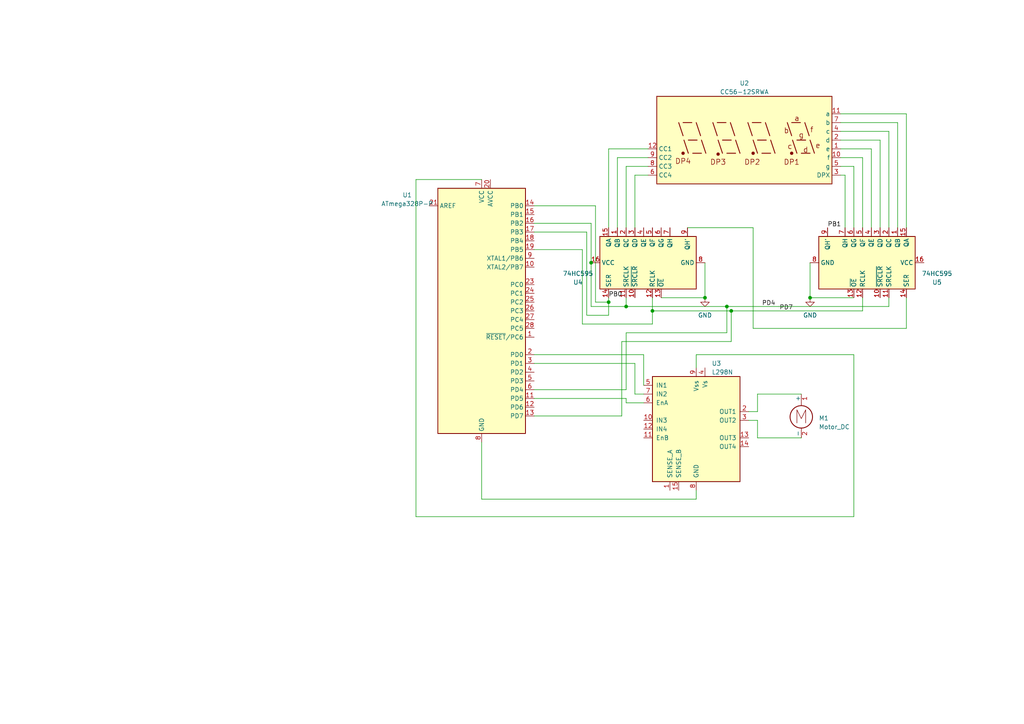
<source format=kicad_sch>
(kicad_sch (version 20230121) (generator eeschema)
  (paper "A4")
  (lib_symbols
    (symbol "74xx:74HC595"
      (property "Reference" "U" (at -7.62 13.97 0))
      (property "Value" "74HC595" (at -7.62 -16.51 0))
      (symbol "74HC595_1_0"
        (pin tri_state line (at 10.16 7.62 180) (length 2.54) (name "QB") (number "1"))
        (pin input line (at -10.16 2.54 0) (length 2.54) (name "~{SRCLR}") (number "10"))
        (pin input line (at -10.16 5.08 0) (length 2.54) (name "SRCLK") (number "11"))
        (pin input line (at -10.16 -2.54 0) (length 2.54) (name "RCLK") (number "12"))
        (pin input line (at -10.16 -5.08 0) (length 2.54) (name "~{OE}") (number "13"))
        (pin input line (at -10.16 10.16 0) (length 2.54) (name "SER") (number "14"))
        (pin tri_state line (at 10.16 10.16 180) (length 2.54) (name "QA") (number "15"))
        (pin power_in line (at 0 15.24 270) (length 2.54) (name "VCC") (number "16"))
        (pin tri_state line (at 10.16 5.08 180) (length 2.54) (name "QC") (number "2"))
        (pin tri_state line (at 10.16 2.54 180) (length 2.54) (name "QD") (number "3"))
        (pin tri_state line (at 10.16 0 180) (length 2.54) (name "QE") (number "4"))
        (pin tri_state line (at 10.16 -2.54 180) (length 2.54) (name "QF") (number "5"))
        (pin tri_state line (at 10.16 -5.08 180) (length 2.54) (name "QG") (number "6"))
        (pin tri_state line (at 10.16 -7.62 180) (length 2.54) (name "QH") (number "7"))
        (pin power_in line (at 0 -17.78 90) (length 2.54) (name "GND") (number "8"))
        (pin output line (at 10.16 -12.7 180) (length 2.54) (name "QH'") (number "9"))
      )
      (symbol "74HC595_1_1"
        (rectangle (start -7.62 12.7) (end 7.62 -15.24) (stroke (width 0.254)) (fill (type background)))
      )
    )
    (symbol "Display_Character:CC56-12SRWA"
      (property "Reference" "U" (at -24.13 13.97 0))
      (property "Value" "CC56-12SRWA" (at 17.78 13.97 0))
      (symbol "CC56-12SRWA_0_0"
        (rectangle (start -25.4 12.7) (end 25.4 -12.7) (stroke (width 0.254)) (fill (type background)))
        (polyline (pts (xy -20.32 -3.81) (xy -19.05 0)) (stroke (width 0.254)))
        (polyline (pts (xy -19.05 -3.81) (xy -16.51 -3.81)) (stroke (width 0.254)))
        (polyline (pts (xy -18.796 1.27) (xy -17.526 5.08)) (stroke (width 0.254)))
        (polyline (pts (xy -17.78 0) (xy -15.24 0)) (stroke (width 0.254)))
        (polyline (pts (xy -16.256 5.08) (xy -13.716 5.08)) (stroke (width 0.254)))
        (polyline (pts (xy -15.24 -3.81) (xy -13.97 0)) (stroke (width 0.254)))
        (polyline (pts (xy -13.716 1.27) (xy -12.446 5.08)) (stroke (width 0.254)))
        (polyline (pts (xy -8.89 -3.81) (xy -7.62 0)) (stroke (width 0.254)))
        (polyline (pts (xy -7.62 -3.81) (xy -5.08 -3.81)) (stroke (width 0.254)))
        (polyline (pts (xy -7.366 1.27) (xy -6.096 5.08)) (stroke (width 0.254)))
        (polyline (pts (xy -6.35 0) (xy -3.81 0)) (stroke (width 0.254)))
        (polyline (pts (xy -4.826 5.08) (xy -2.286 5.08)) (stroke (width 0.254)))
        (polyline (pts (xy -3.81 -3.81) (xy -2.54 0)) (stroke (width 0.254)))
        (polyline (pts (xy -2.286 1.27) (xy -1.016 5.08)) (stroke (width 0.254)))
        (polyline (pts (xy 1.27 -3.81) (xy 2.54 0)) (stroke (width 0.254)))
        (polyline (pts (xy 2.54 -3.81) (xy 5.08 -3.81)) (stroke (width 0.254)))
        (polyline (pts (xy 2.794 1.27) (xy 4.064 5.08)) (stroke (width 0.254)))
        (polyline (pts (xy 3.81 0) (xy 6.35 0)) (stroke (width 0.254)))
        (polyline (pts (xy 5.334 5.08) (xy 7.874 5.08)) (stroke (width 0.254)))
        (polyline (pts (xy 6.35 -3.81) (xy 7.62 0)) (stroke (width 0.254)))
        (polyline (pts (xy 7.874 1.27) (xy 9.144 5.08)) (stroke (width 0.254)))
        (polyline (pts (xy 11.176 -3.81) (xy 12.446 0)) (stroke (width 0.254)))
        (polyline (pts (xy 12.446 -3.81) (xy 14.986 -3.81)) (stroke (width 0.254)))
        (polyline (pts (xy 12.7 1.27) (xy 13.97 5.08)) (stroke (width 0.254)))
        (polyline (pts (xy 13.716 0) (xy 16.256 0)) (stroke (width 0.254)))
        (polyline (pts (xy 15.24 5.08) (xy 17.78 5.08)) (stroke (width 0.254)))
        (polyline (pts (xy 16.256 -3.81) (xy 17.526 0)) (stroke (width 0.254)))
        (polyline (pts (xy 17.78 1.27) (xy 19.05 5.08)) (stroke (width 0.254)))
        (text "a" (at -15.24 6.35 0) (effects (font (size 1.524 1.524))))
        (text "b" (at -12.192 2.794 0) (effects (font (size 1.524 1.524))))
        (text "c" (at -13.208 -1.778 0) (effects (font (size 1.524 1.524))))
        (text "d" (at -17.78 -2.794 0) (effects (font (size 1.524 1.524))))
        (text "DP1" (at -13.716 -6.35 0) (effects (font (size 1.524 1.524))))
        (text "DP2" (at -2.286 -6.35 0) (effects (font (size 1.524 1.524))))
        (text "DP3" (at 7.62 -6.35 0) (effects (font (size 1.524 1.524))))
        (text "DP4" (at 17.78 -6.096 0) (effects (font (size 1.524 1.524))))
        (text "e" (at -21.336 -1.524 0) (effects (font (size 1.524 1.524))))
        (text "f" (at -19.558 3.048 0) (effects (font (size 1.524 1.524))))
        (text "g" (at -16.51 1.524 0) (effects (font (size 1.524 1.524))))
      )
      (symbol "CC56-12SRWA_0_1"
        (circle (center -13.716 -3.81) (radius 0.3556) (stroke (width 0.254)) (fill (type outline)))
        (circle (center -2.54 -3.81) (radius 0.3556) (stroke (width 0.254)) (fill (type outline)))
      )
      (symbol "CC56-12SRWA_1_0"
        (circle (center 7.62 -4.064) (radius 0.3556) (stroke (width 0.254)) (fill (type outline)))
        (circle (center 17.78 -3.81) (radius 0.3556) (stroke (width 0.254)) (fill (type outline)))
      )
      (symbol "CC56-12SRWA_1_1"
        (pin input line (at -27.94 -2.54 0) (length 2.54) (name "e") (number "1"))
        (pin input line (at -27.94 -5.08 0) (length 2.54) (name "f") (number "10"))
        (pin input line (at -27.94 7.62 0) (length 2.54) (name "a") (number "11"))
        (pin input line (at 27.94 -2.54 180) (length 2.54) (name "CC1") (number "12"))
        (pin input line (at -27.94 0 0) (length 2.54) (name "d") (number "2"))
        (pin input line (at -27.94 -10.16 0) (length 2.54) (name "DPX") (number "3"))
        (pin input line (at -27.94 2.54 0) (length 2.54) (name "c") (number "4"))
        (pin input line (at -27.94 -7.62 0) (length 2.54) (name "g") (number "5"))
        (pin input line (at 27.94 -10.16 180) (length 2.54) (name "CC4") (number "6"))
        (pin input line (at -27.94 5.08 0) (length 2.54) (name "b") (number "7"))
        (pin input line (at 27.94 -7.62 180) (length 2.54) (name "CC3") (number "8"))
        (pin input line (at 27.94 -5.08 180) (length 2.54) (name "CC2") (number "9"))
      )
    )
    (symbol "Driver_Motor:L298N" (pin_names (offset 1.016))
      (property "Reference" "U" (at -10.16 16.51 0))
      (property "Value" "L298N" (at 12.7 16.51 0))
      (symbol "L298N_0_1"
        (rectangle (start -12.7 15.24) (end 12.7 -15.24) (stroke (width 0.254)) (fill (type background)))
      )
      (symbol "L298N_1_1"
        (pin power_in line (at -7.62 -17.78 90) (length 2.54) (name "SENSE_A") (number "1"))
        (pin input line (at -15.24 2.54 0) (length 2.54) (name "IN3") (number "10"))
        (pin input line (at -15.24 -2.54 0) (length 2.54) (name "EnB") (number "11"))
        (pin input line (at -15.24 0 0) (length 2.54) (name "IN4") (number "12"))
        (pin output line (at 15.24 -2.54 180) (length 2.54) (name "OUT3") (number "13"))
        (pin output line (at 15.24 -5.08 180) (length 2.54) (name "OUT4") (number "14"))
        (pin power_in line (at -5.08 -17.78 90) (length 2.54) (name "SENSE_B") (number "15"))
        (pin output line (at 15.24 5.08 180) (length 2.54) (name "OUT1") (number "2"))
        (pin output line (at 15.24 2.54 180) (length 2.54) (name "OUT2") (number "3"))
        (pin power_in line (at 2.54 17.78 270) (length 2.54) (name "Vs") (number "4"))
        (pin input line (at -15.24 12.7 0) (length 2.54) (name "IN1") (number "5"))
        (pin input line (at -15.24 7.62 0) (length 2.54) (name "EnA") (number "6"))
        (pin input line (at -15.24 10.16 0) (length 2.54) (name "IN2") (number "7"))
        (pin power_in line (at 0 -17.78 90) (length 2.54) (name "GND") (number "8"))
        (pin power_in line (at 0 17.78 270) (length 2.54) (name "Vss") (number "9"))
      )
    )
    (symbol "MCU_Microchip_ATmega:ATmega328P-P"
      (property "Reference" "U" (at -12.7 36.83 0))
      (property "Value" "ATmega328P-P" (at 2.54 -36.83 0))
      (symbol "ATmega328P-P_0_1"
        (rectangle (start -12.7 -35.56) (end 12.7 35.56) (stroke (width 0.254)) (fill (type background)))
      )
      (symbol "ATmega328P-P_1_1"
        (pin bidirectional line (at 15.24 -7.62 180) (length 2.54) (name "~{RESET}/PC6") (number "1"))
        (pin bidirectional line (at 15.24 12.7 180) (length 2.54) (name "XTAL2/PB7") (number "10"))
        (pin bidirectional line (at 15.24 -25.4 180) (length 2.54) (name "PD5") (number "11"))
        (pin bidirectional line (at 15.24 -27.94 180) (length 2.54) (name "PD6") (number "12"))
        (pin bidirectional line (at 15.24 -30.48 180) (length 2.54) (name "PD7") (number "13"))
        (pin bidirectional line (at 15.24 30.48 180) (length 2.54) (name "PB0") (number "14"))
        (pin bidirectional line (at 15.24 27.94 180) (length 2.54) (name "PB1") (number "15"))
        (pin bidirectional line (at 15.24 25.4 180) (length 2.54) (name "PB2") (number "16"))
        (pin bidirectional line (at 15.24 22.86 180) (length 2.54) (name "PB3") (number "17"))
        (pin bidirectional line (at 15.24 20.32 180) (length 2.54) (name "PB4") (number "18"))
        (pin bidirectional line (at 15.24 17.78 180) (length 2.54) (name "PB5") (number "19"))
        (pin bidirectional line (at 15.24 -12.7 180) (length 2.54) (name "PD0") (number "2"))
        (pin power_in line (at 2.54 38.1 270) (length 2.54) (name "AVCC") (number "20"))
        (pin passive line (at -15.24 30.48 0) (length 2.54) (name "AREF") (number "21"))
        (pin passive line (at 0 -38.1 90) (length 2.54) hide (name "GND") (number "22"))
        (pin bidirectional line (at 15.24 7.62 180) (length 2.54) (name "PC0") (number "23"))
        (pin bidirectional line (at 15.24 5.08 180) (length 2.54) (name "PC1") (number "24"))
        (pin bidirectional line (at 15.24 2.54 180) (length 2.54) (name "PC2") (number "25"))
        (pin bidirectional line (at 15.24 0 180) (length 2.54) (name "PC3") (number "26"))
        (pin bidirectional line (at 15.24 -2.54 180) (length 2.54) (name "PC4") (number "27"))
        (pin bidirectional line (at 15.24 -5.08 180) (length 2.54) (name "PC5") (number "28"))
        (pin bidirectional line (at 15.24 -15.24 180) (length 2.54) (name "PD1") (number "3"))
        (pin bidirectional line (at 15.24 -17.78 180) (length 2.54) (name "PD2") (number "4"))
        (pin bidirectional line (at 15.24 -20.32 180) (length 2.54) (name "PD3") (number "5"))
        (pin bidirectional line (at 15.24 -22.86 180) (length 2.54) (name "PD4") (number "6"))
        (pin power_in line (at 0 38.1 270) (length 2.54) (name "VCC") (number "7"))
        (pin power_in line (at 0 -38.1 90) (length 2.54) (name "GND") (number "8"))
        (pin bidirectional line (at 15.24 15.24 180) (length 2.54) (name "XTAL1/PB6") (number "9"))
      )
    )
    (symbol "Motor:Motor_DC" (pin_names (offset 0))
      (property "Reference" "M" (at 2.54 2.54 0))
      (property "Value" "Motor_DC" (at 2.54 -5.08 0))
      (symbol "Motor_DC_0_0"
        (polyline (pts (xy -1.27 -3.302) (xy -1.27 0.508) (xy 0 -2.032) (xy 1.27 0.508) (xy 1.27 -3.302)))
      )
      (symbol "Motor_DC_0_1"
        (circle (center 0 -1.524) (radius 3.2512) (stroke (width 0.254)))
        (polyline (pts (xy 0 -7.62) (xy 0 -7.112)))
        (polyline (pts (xy 0 -4.7752) (xy 0 -5.1816)))
        (polyline (pts (xy 0 1.7272) (xy 0 2.0828)))
        (polyline (pts (xy 0 2.032) (xy 0 2.54)))
      )
      (symbol "Motor_DC_1_1"
        (pin passive line (at 0 5.08 270) (length 2.54) (name "+") (number "1"))
        (pin passive line (at 0 -7.62 90) (length 2.54) (name "-") (number "2"))
      )
    )
    (symbol "power:GND" (power) (pin_names (offset 0))
      (property "Value" "GND" (at 0 -3.81 0))
      (symbol "GND_0_1"
        (polyline (pts (xy 0 0) (xy 0 -1.27) (xy 1.27 -1.27) (xy 0 -2.54) (xy -1.27 -1.27) (xy 0 -1.27)))
      )
      (symbol "GND_1_1"
        (pin power_in line (at 0 0 270) (length 0) hide (name "GND") (number "1"))
      )
    )
  )
  (junction (at 181.61 88.9))
  (junction (at 234.95 86.36))
  (junction (at 189.23 90.17))
  (junction (at 176.53 87.63))
  (junction (at 171.45 76.2))
  (junction (at 210.82 88.9))
  (junction (at 212.09 90.17))
  (junction (at 204.47 86.36))
  (wire (pts (xy 176.53 43.18) (xy 187.96 43.18)))
  (wire (pts (xy 219.71 127) (xy 232.41 127)))
  (wire (pts (xy 154.94 113.03) (xy 181.61 113.03)))
  (wire (pts (xy 218.44 66.04) (xy 218.44 95.25)))
  (wire (pts (xy 168.91 72.39) (xy 168.91 93.98)))
  (wire (pts (xy 181.61 48.26) (xy 187.96 48.26)))
  (wire (pts (xy 257.81 38.1) (xy 257.81 66.04)))
  (wire (pts (xy 191.77 86.36) (xy 204.47 86.36)))
  (wire (pts (xy 245.11 50.8) (xy 245.11 66.04)))
  (wire (pts (xy 250.19 45.72) (xy 250.19 66.04)))
  (wire (pts (xy 218.44 95.25) (xy 262.89 95.25)))
  (wire (pts (xy 234.95 76.2) (xy 234.95 86.36)))
  (wire (pts (xy 257.81 88.9) (xy 257.81 86.36)))
  (wire (pts (xy 179.07 66.04) (xy 179.07 45.72)))
  (wire (pts (xy 181.61 86.36) (xy 181.61 88.9)))
  (wire (pts (xy 154.94 67.31) (xy 170.18 67.31)))
  (wire (pts (xy 154.94 64.77) (xy 171.45 64.77)))
  (wire (pts (xy 201.93 144.78) (xy 139.7 144.78)))
  (wire (pts (xy 262.89 33.02) (xy 243.84 33.02)))
  (wire (pts (xy 154.94 105.41) (xy 184.15 105.41)))
  (wire (pts (xy 219.71 114.3) (xy 219.71 119.38)))
  (wire (pts (xy 260.35 66.04) (xy 260.35 35.56)))
  (wire (pts (xy 186.69 111.76) (xy 186.69 102.87)))
  (wire (pts (xy 250.19 86.36) (xy 250.19 90.17)))
  (wire (pts (xy 172.72 87.63) (xy 176.53 87.63)))
  (wire (pts (xy 247.65 66.04) (xy 247.65 48.26)))
  (wire (pts (xy 184.15 105.41) (xy 184.15 114.3)))
  (wire (pts (xy 186.69 116.84) (xy 181.61 116.84)))
  (wire (pts (xy 204.47 76.2) (xy 204.47 86.36)))
  (wire (pts (xy 180.34 120.65) (xy 180.34 99.06)))
  (wire (pts (xy 181.61 96.52) (xy 210.82 96.52)))
  (wire (pts (xy 201.93 106.68) (xy 201.93 102.87)))
  (wire (pts (xy 252.73 43.18) (xy 243.84 43.18)))
  (wire (pts (xy 212.09 90.17) (xy 212.09 99.06)))
  (wire (pts (xy 154.94 102.87) (xy 186.69 102.87)))
  (wire (pts (xy 247.65 149.86) (xy 120.65 149.86)))
  (wire (pts (xy 176.53 91.44) (xy 176.53 87.63)))
  (wire (pts (xy 184.15 114.3) (xy 186.69 114.3)))
  (wire (pts (xy 176.53 87.63) (xy 176.53 86.36)))
  (wire (pts (xy 199.39 66.04) (xy 218.44 66.04)))
  (wire (pts (xy 181.61 116.84) (xy 181.61 115.57)))
  (wire (pts (xy 154.94 120.65) (xy 180.34 120.65)))
  (wire (pts (xy 243.84 40.64) (xy 255.27 40.64)))
  (wire (pts (xy 247.65 86.36) (xy 234.95 86.36)))
  (wire (pts (xy 179.07 45.72) (xy 187.96 45.72)))
  (wire (pts (xy 181.61 66.04) (xy 181.61 48.26)))
  (wire (pts (xy 250.19 90.17) (xy 212.09 90.17)))
  (wire (pts (xy 170.18 91.44) (xy 176.53 91.44)))
  (wire (pts (xy 181.61 88.9) (xy 210.82 88.9)))
  (wire (pts (xy 210.82 96.52) (xy 210.82 88.9)))
  (wire (pts (xy 201.93 102.87) (xy 247.65 102.87)))
  (wire (pts (xy 210.82 88.9) (xy 257.81 88.9)))
  (wire (pts (xy 243.84 38.1) (xy 257.81 38.1)))
  (wire (pts (xy 189.23 90.17) (xy 189.23 93.98)))
  (wire (pts (xy 120.65 149.86) (xy 120.65 52.07)))
  (wire (pts (xy 262.89 95.25) (xy 262.89 86.36)))
  (wire (pts (xy 232.41 114.3) (xy 219.71 114.3)))
  (wire (pts (xy 184.15 50.8) (xy 187.96 50.8)))
  (wire (pts (xy 260.35 35.56) (xy 243.84 35.56)))
  (wire (pts (xy 180.34 99.06) (xy 212.09 99.06)))
  (wire (pts (xy 243.84 50.8) (xy 245.11 50.8)))
  (wire (pts (xy 181.61 115.57) (xy 154.94 115.57)))
  (wire (pts (xy 171.45 88.9) (xy 181.61 88.9)))
  (wire (pts (xy 247.65 102.87) (xy 247.65 149.86)))
  (wire (pts (xy 181.61 113.03) (xy 181.61 96.52)))
  (wire (pts (xy 172.72 59.69) (xy 172.72 87.63)))
  (wire (pts (xy 139.7 144.78) (xy 139.7 128.27)))
  (wire (pts (xy 154.94 59.69) (xy 172.72 59.69)))
  (wire (pts (xy 171.45 76.2) (xy 171.45 88.9)))
  (wire (pts (xy 217.17 121.92) (xy 219.71 121.92)))
  (wire (pts (xy 219.71 119.38) (xy 217.17 119.38)))
  (wire (pts (xy 189.23 90.17) (xy 189.23 86.36)))
  (wire (pts (xy 212.09 90.17) (xy 189.23 90.17)))
  (wire (pts (xy 184.15 66.04) (xy 184.15 50.8)))
  (wire (pts (xy 252.73 66.04) (xy 252.73 43.18)))
  (wire (pts (xy 255.27 40.64) (xy 255.27 66.04)))
  (wire (pts (xy 168.91 93.98) (xy 189.23 93.98)))
  (wire (pts (xy 171.45 64.77) (xy 171.45 76.2)))
  (wire (pts (xy 219.71 121.92) (xy 219.71 127)))
  (wire (pts (xy 262.89 66.04) (xy 262.89 33.02)))
  (wire (pts (xy 247.65 48.26) (xy 243.84 48.26)))
  (wire (pts (xy 201.93 142.24) (xy 201.93 144.78)))
  (wire (pts (xy 243.84 45.72) (xy 250.19 45.72)))
  (wire (pts (xy 170.18 67.31) (xy 170.18 91.44)))
  (wire (pts (xy 154.94 72.39) (xy 168.91 72.39)))
  (wire (pts (xy 176.53 66.04) (xy 176.53 43.18)))
  (wire (pts (xy 120.65 52.07) (xy 139.7 52.07)))
  (label "PB1" (at 240.03 66.04 0))
  (label "PB0" (at 176.53 86.36 0))
  (label "PD4" (at 220.98 88.9 0))
  (label "PD7" (at 226.06 90.17 0))
  (symbol (lib_id "74xx:74HC595") (at 186.69 76.2 90) (unit 1)
    (property "Reference" "U4" (at 167.64 81.8897 90))
    (property "Value" "74HC595" (at 167.64 79.3497 90))
    (property "Datasheet" "http://www.ti.com/lit/ds/symlink/sn74hc595.pdf" (effects hide))
  )
  (symbol (lib_id "MCU_Microchip_ATmega:ATmega328P-P") (at 139.7 90.17 0) (unit 1)
    (property "Reference" "U1" (at 118.11 56.5659 0))
    (property "Value" "ATmega328P-P" (at 118.11 59.1059 0))
    (property "Footprint" "Package_DIP:DIP-28_W7.62mm" (effects hide))
    (property "Datasheet" "http://ww1.microchip.com/downloads/en/DeviceDoc/ATmega328_P%20AVR%20MCU%20with%20picoPower%20Technology%20Data%20Sheet%2040001984A.pdf" (effects hide))
  )
  (symbol (lib_id "power:GND") (at 234.95 86.36 0) (unit 1)
    (property "Reference" "#PWR01" (effects hide))
    (property "Value" "GND" (at 234.95 91.44 0))
  )
  (symbol (lib_id "power:GND") (at 204.47 86.36 0) (unit 1)
    (property "Reference" "#PWR02" (effects hide))
    (property "Value" "GND" (at 204.47 91.44 0))
  )
  (symbol (lib_id "Driver_Motor:L298N") (at 201.93 124.46 0) (unit 1)
    (property "Reference" "U3" (at 206.4259 105.41 0) (effects (justify left)))
    (property "Value" "L298N" (at 206.4259 107.95 0) (effects (justify left)))
    (property "Footprint" "Package_TO_SOT_THT:TO-220-15_P2.54x2.54mm_StaggerOdd_Lead4.58mm_Vertical" (effects hide))
    (property "Datasheet" "http://www.st.com/st-web-ui/static/active/en/resource/technical/document/datasheet/CD00000240.pdf" (effects hide))
  )
  (symbol (lib_id "74xx:74HC595") (at 252.73 76.2 270) (mirror x) (unit 1)
    (property "Reference" "U5" (at 271.78 81.8897 90))
    (property "Value" "74HC595" (at 271.78 79.3497 90))
    (property "Datasheet" "http://www.ti.com/lit/ds/symlink/sn74hc595.pdf" (effects hide))
  )
  (symbol (lib_id "Motor:Motor_DC") (at 232.41 119.38 0) (unit 1)
    (property "Reference" "M1" (at 237.49 121.285 0) (effects (justify left)))
    (property "Value" "Motor_DC" (at 237.49 123.825 0) (effects (justify left)))
  )
  (symbol (lib_id "Display_Character:CC56-12SRWA") (at 215.9 40.64 0) (mirror y) (unit 1)
    (property "Reference" "U2" (at 215.9 24.13 0))
    (property "Value" "CC56-12SRWA" (at 215.9 26.67 0))
    (property "Footprint" "Display_7Segment:CA56-12SRWA" (effects hide))
    (property "Datasheet" "http://www.kingbrightusa.com/images/catalog/SPEC/CC56-12SRWA.pdf" (effects hide))
  )
)
</source>
